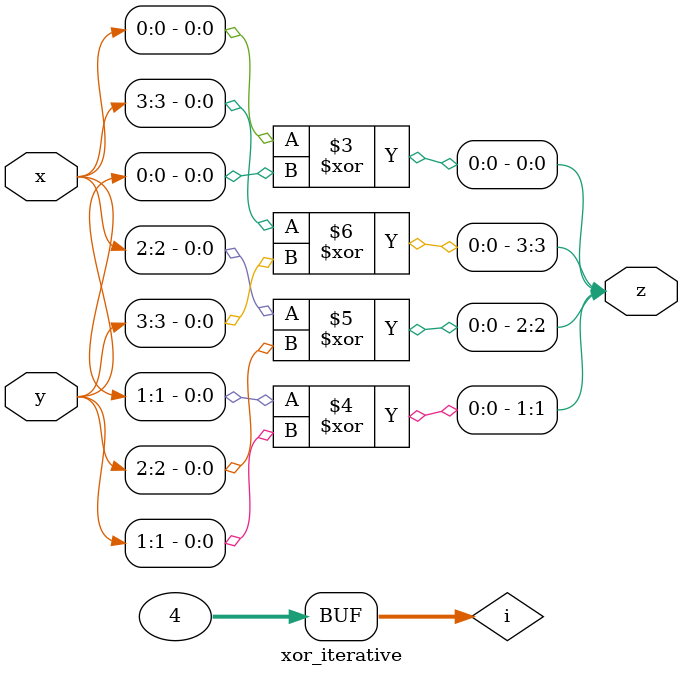
<source format=sv>
module xor_iterative(
    input [3:0] x,
    input [3:0] y,
    output reg [3:0] z
);
    integer i;
    always @(*) begin
        for(i=0; i<4; i=i+1)
            z[i] = x[i] ^ y[i];
    end
endmodule
</source>
